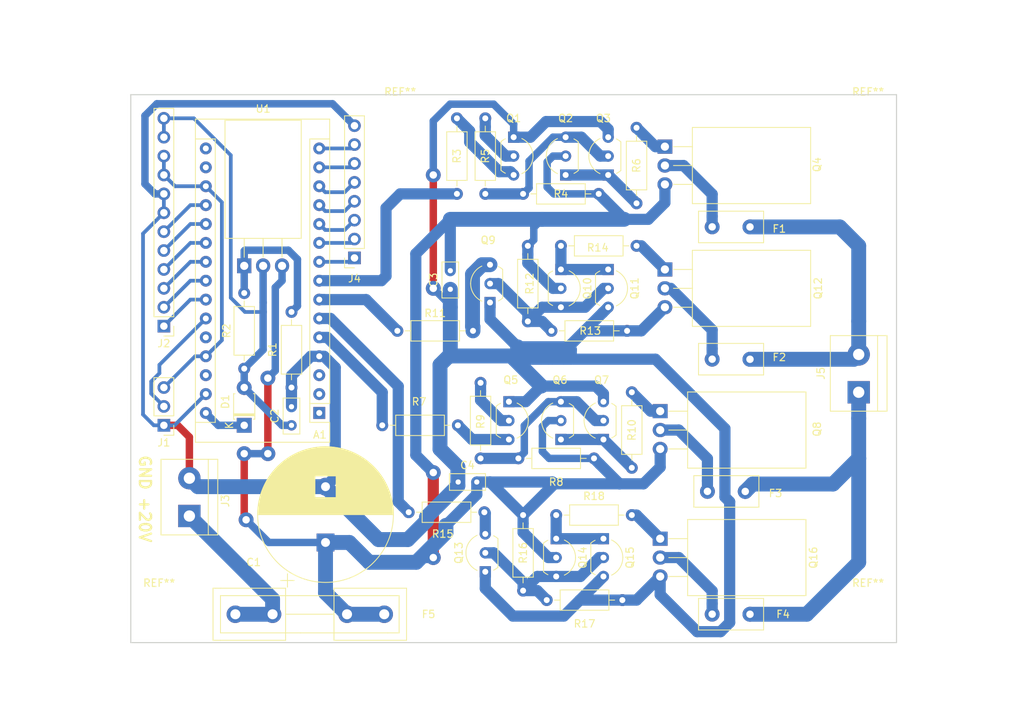
<source format=kicad_pcb>
(kicad_pcb (version 20211014) (generator pcbnew)

  (general
    (thickness 1.6)
  )

  (paper "A4")
  (layers
    (0 "F.Cu" signal)
    (31 "B.Cu" signal)
    (32 "B.Adhes" user "B.Adhesive")
    (33 "F.Adhes" user "F.Adhesive")
    (34 "B.Paste" user)
    (35 "F.Paste" user)
    (36 "B.SilkS" user "B.Silkscreen")
    (37 "F.SilkS" user "F.Silkscreen")
    (38 "B.Mask" user)
    (39 "F.Mask" user)
    (40 "Dwgs.User" user "User.Drawings")
    (41 "Cmts.User" user "User.Comments")
    (42 "Eco1.User" user "User.Eco1")
    (43 "Eco2.User" user "User.Eco2")
    (44 "Edge.Cuts" user)
    (45 "Margin" user)
    (46 "B.CrtYd" user "B.Courtyard")
    (47 "F.CrtYd" user "F.Courtyard")
    (48 "B.Fab" user)
    (49 "F.Fab" user)
  )

  (setup
    (pad_to_mask_clearance 0.2)
    (aux_axis_origin 102.87 67.31)
    (pcbplotparams
      (layerselection 0x0001000_ffffffff)
      (disableapertmacros false)
      (usegerberextensions false)
      (usegerberattributes false)
      (usegerberadvancedattributes false)
      (creategerberjobfile false)
      (svguseinch false)
      (svgprecision 6)
      (excludeedgelayer true)
      (plotframeref false)
      (viasonmask false)
      (mode 1)
      (useauxorigin true)
      (hpglpennumber 1)
      (hpglpenspeed 20)
      (hpglpendiameter 15.000000)
      (dxfpolygonmode true)
      (dxfimperialunits true)
      (dxfusepcbnewfont true)
      (psnegative false)
      (psa4output false)
      (plotreference true)
      (plotvalue true)
      (plotinvisibletext false)
      (sketchpadsonfab false)
      (subtractmaskfromsilk false)
      (outputformat 1)
      (mirror false)
      (drillshape 0)
      (scaleselection 1)
      (outputdirectory "Gerber/")
    )
  )

  (net 0 "")
  (net 1 "GND")
  (net 2 "+12V")
  (net 3 "Net-(A1-Pad30)")
  (net 4 "Net-(Q1-Pad2)")
  (net 5 "Net-(A1-Pad19)")
  (net 6 "Net-(Q1-Pad3)")
  (net 7 "Net-(Q2-Pad3)")
  (net 8 "Net-(Q4-Pad1)")
  (net 9 "Net-(A1-Pad20)")
  (net 10 "Net-(A1-Pad21)")
  (net 11 "Net-(A1-Pad22)")
  (net 12 "Net-(A1-Pad23)")
  (net 13 "Net-(A1-Pad24)")
  (net 14 "Net-(A1-Pad9)")
  (net 15 "Net-(A1-Pad25)")
  (net 16 "Net-(A1-Pad10)")
  (net 17 "Net-(A1-Pad11)")
  (net 18 "Net-(A1-Pad12)")
  (net 19 "Net-(A1-Pad13)")
  (net 20 "Net-(A1-Pad14)")
  (net 21 "Net-(A1-Pad15)")
  (net 22 "+5C")
  (net 23 "/lowSideSwitchL/in")
  (net 24 "/highSideSwitchL/in")
  (net 25 "/highSideSwitchR/in")
  (net 26 "/lowSideSwitchR/in")
  (net 27 "+24V")
  (net 28 "/highSideSwitchL/out")
  (net 29 "Net-(F1-Pad1)")
  (net 30 "/lowSideSwitchL/out")
  (net 31 "Net-(F3-Pad1)")
  (net 32 "/highSideSwitchR/out")
  (net 33 "/lowSideSwitchR/out")
  (net 34 "Net-(Q2-Pad1)")
  (net 35 "Net-(Q5-Pad3)")
  (net 36 "Net-(Q5-Pad2)")
  (net 37 "Net-(Q6-Pad3)")
  (net 38 "Net-(Q6-Pad1)")
  (net 39 "Net-(Q8-Pad1)")
  (net 40 "Net-(Q10-Pad3)")
  (net 41 "Net-(Q9-Pad3)")
  (net 42 "Net-(Q10-Pad1)")
  (net 43 "Net-(Q12-Pad1)")
  (net 44 "Net-(Q13-Pad3)")
  (net 45 "Net-(Q13-Pad2)")
  (net 46 "Net-(Q14-Pad1)")
  (net 47 "Net-(Q16-Pad1)")
  (net 48 "Net-(R1-Pad1)")
  (net 49 "Net-(F5-Pad2)")

  (footprint "Resistor_THT:R_Axial_DIN0207_L6.3mm_D2.5mm_P10.16mm_Horizontal" (layer "F.Cu") (at 170.815 71.755 -90))

  (footprint "Package_TO_SOT_THT:TO-92L_Inline_Wide" (layer "F.Cu") (at 161.29 78.105 90))

  (footprint "Package_TO_SOT_THT:TO-220-3_Horizontal_TabDown" (layer "F.Cu") (at 174.625 74.295 -90))

  (footprint "Package_TO_SOT_THT:TO-92L_Inline_Wide" (layer "F.Cu") (at 167.005 78.105 90))

  (footprint "Resistor_THT:R_Axial_DIN0207_L6.3mm_D2.5mm_P10.16mm_Horizontal" (layer "F.Cu") (at 150.495 80.645 90))

  (footprint "Resistor_THT:R_Axial_DIN0207_L6.3mm_D2.5mm_P10.16mm_Horizontal" (layer "F.Cu") (at 149.86 116.205 90))

  (footprint "Package_TO_SOT_THT:TO-92L_Inline_Wide" (layer "F.Cu") (at 154.305 73.025 -90))

  (footprint "Resistor_THT:R_Axial_DIN0207_L6.3mm_D2.5mm_P10.16mm_Horizontal" (layer "F.Cu") (at 136.652 111.76))

  (footprint "Resistor_THT:R_Axial_DIN0207_L6.3mm_D2.5mm_P10.16mm_Horizontal" (layer "F.Cu") (at 165.735 80.645 180))

  (footprint "Resistor_THT:R_Axial_DIN0207_L6.3mm_D2.5mm_P10.16mm_Horizontal" (layer "F.Cu") (at 146.685 80.645 90))

  (footprint "Resistor_THT:R_Axial_DIN0207_L6.3mm_D2.5mm_P10.16mm_Horizontal" (layer "F.Cu") (at 165.1 116.205 180))

  (footprint "Package_TO_SOT_THT:TO-92L_Inline_Wide" (layer "F.Cu") (at 160.655 113.665 90))

  (footprint "Package_TO_SOT_THT:TO-220-3_Horizontal_TabDown" (layer "F.Cu") (at 173.99 109.855 -90))

  (footprint "Package_TO_SOT_THT:TO-92L_Inline_Wide" (layer "F.Cu") (at 166.37 113.665 90))

  (footprint "Resistor_THT:R_Axial_DIN0207_L6.3mm_D2.5mm_P10.16mm_Horizontal" (layer "F.Cu") (at 170.18 107.315 -90))

  (footprint "Package_TO_SOT_THT:TO-92L_Inline_Wide" (layer "F.Cu") (at 153.67 108.585 -90))

  (footprint "Resistor_THT:R_Axial_DIN0207_L6.3mm_D2.5mm_P10.16mm_Horizontal" (layer "F.Cu") (at 138.684 99.06))

  (footprint "Fuse:Fuse_Littlefuse_395Series" (layer "F.Cu") (at 180.975 102.87))

  (footprint "Resistor_THT:R_Axial_DIN0207_L6.3mm_D2.5mm_P10.16mm_Horizontal" (layer "F.Cu") (at 170.815 87.63 180))

  (footprint "Package_TO_SOT_THT:TO-220-3_Horizontal_TabDown" (layer "F.Cu") (at 118.11 90.32))

  (footprint "Capacitor_THT:CP_Radial_D18.0mm_P7.50mm" (layer "F.Cu") (at 129.032 127.508 90))

  (footprint "Resistor_THT:R_Axial_DIN0207_L6.3mm_D2.5mm_P10.16mm_Horizontal" (layer "F.Cu") (at 156.21 87.63 -90))

  (footprint "Fuse:Fuse_Littlefuse_395Series" (layer "F.Cu") (at 186.055 85.09 180))

  (footprint "Capacitor_THT:C_Rect_L4.6mm_W2.0mm_P2.50mm_MKS02_FKP02" (layer "F.Cu") (at 145.796 93.472 90))

  (footprint "Capacitor_THT:C_Rect_L4.6mm_W2.0mm_P2.50mm_MKS02_FKP02" (layer "F.Cu") (at 124.46 111.76 90))

  (footprint "Diode_THT:D_T-1_P5.08mm_Horizontal" (layer "F.Cu") (at 118.11 111.76 90))

  (footprint "Fuse:Fuse_Littlefuse_395Series" (layer "F.Cu") (at 185.42 120.65 180))

  (footprint "Fuse:Fuse_Littlefuse_395Series" (layer "F.Cu") (at 180.975 137.15))

  (footprint "Connector_PinHeader_2.54mm:PinHeader_1x03_P2.54mm_Vertical" (layer "F.Cu") (at 107.315 111.76 180))

  (footprint "Connector_PinHeader_2.54mm:PinHeader_1x12_P2.54mm_Vertical" (layer "F.Cu") (at 107.315 98.425 180))

  (footprint "TerminalBlock:TerminalBlock_bornier-2_P5.08mm" (layer "F.Cu") (at 110.744 123.952 90))

  (footprint "TerminalBlock:TerminalBlock_bornier-2_P5.08mm" (layer "F.Cu") (at 200.66 107.315 90))

  (footprint "Package_TO_SOT_THT:TO-92L_Inline_Wide" (layer "F.Cu") (at 151.13 95.25 90))

  (footprint "Package_TO_SOT_THT:TO-92L_Inline_Wide" (layer "F.Cu") (at 160.655 90.805 -90))

  (footprint "Package_TO_SOT_THT:TO-92L_Inline_Wide" (layer "F.Cu") (at 167.005 90.805 -90))

  (footprint "Package_TO_SOT_THT:TO-220-3_Horizontal_TabDown" (layer "F.Cu") (at 174.625 90.805 -90))

  (footprint "Package_TO_SOT_THT:TO-92L_Inline_Wide" (layer "F.Cu") (at 150.495 131.445 90))

  (footprint "Package_TO_SOT_THT:TO-92L_Inline_Wide" (layer "F.Cu") (at 160.02 127 -90))

  (footprint "Package_TO_SOT_THT:TO-92L_Inline_Wide" (layer "F.Cu") (at 166.37 127 -90))

  (footprint "Package_TO_SOT_THT:TO-220-3_Horizontal_TabDown" (layer "F.Cu") (at 173.99 127 -90))

  (footprint "Resistor_THT:R_Axial_DIN0207_L6.3mm_D2.5mm_P10.16mm_Horizontal" (layer "F.Cu") (at 118.11 104.14 90))

  (footprint "Resistor_THT:R_Axial_DIN0207_L6.3mm_D2.5mm_P10.16mm_Horizontal" (layer "F.Cu") (at 159.385 99.06))

  (footprint "Resistor_THT:R_Axial_DIN0207_L6.3mm_D2.5mm_P10.16mm_Horizontal" (layer "F.Cu") (at 140.208 123.444))

  (footprint "Resistor_THT:R_Axial_DIN0207_L6.3mm_D2.5mm_P10.16mm_Horizontal" (layer "F.Cu")
    (tedit 5AE5139B) (tstamp 00000000-0000-0000-0000-00005bbf763a)
    (at 155.575 123.825 -90)
    (descr "Resistor, Axial_DIN0207 series, Axial, Horizontal, pin pitch=10.16mm, 0.25W = 1/4W, length*diameter=6.3*2.5mm^2, http://cdn-reichelt.de/documents/datenblatt/B400/1_4W%23YAG.pdf")
    (tags "Resistor Axial_DIN0207 series Axial Horizontal pin pitch 10.16mm 0.25W = 1/4W length 6.3mm diameter 2.5mm")
    (path "/00000000-0000-0000-0000-00005bd2a088/00000000-0000-0000-0000-00005bd0da7f")
    (attr through_hole)
    (fp_text reference "R16" (at 5.08 0 -90) (layer "F.SilkS")
      (effects (font (size 1 1) (thickness 0.15)))
      (tstamp 08da8f18-02c3-4a28-a400-670f01755980)
    )
    (fp_text value "48K" (at 5.08 2.37 -90) (layer "F.Fab")
      (effects (font (size 1 1) (thickness 0.15)))
      (tstamp 7255cbd1-8d38-4545-be9a-7fc5488ef942)
    )
    (fp_text user "${REFERENCE}" (at 5.08 0 -90) (layer "F.Fab")
      (effects (font (size 1 1) (thickness 0.15)))
      (tstamp 971d1932-4a99-4265-9c76-26e554bde4fe)
    )
    (fp_line (start 1.04 0) (end 1.81 0) (layer "F.SilkS") (width 0.12) (tstamp 37728c8e-efcc-462c-a749-47b6bfcbaf37))
    (fp_line (start 1.81 -1.37) (end 1.81 1.37) (layer "F.SilkS") (width 0.12) (tstamp 5698a460-6e24-4857-84d8-4a43acd2325d))
    (fp_line (start 8.35 1.37) (end 8.35 -1.37) (layer "F.SilkS") (width 0.12) (tstamp 8220ba36-5fda-4461-95e2-49a5bc0c76af))
    (fp_line (start 9.12 0) (end 8.35 0) (layer "F.SilkS") (width 0.12) (tstamp d4e4ffa8-e3e2-4590-b9df-630d1880f3e4))
    (fp_line (start 8.35 -1.37) (end 1.81 -1.37) (layer "F.SilkS") (width 0.12) (tstamp fbb5e77c-4b41-4796-ad13-1b9e2bbc3c81))
    (fp_line (start 1.81 1.37) (end 8.35 1.37) (layer "F.SilkS") (width 0.12) (tstamp fdc57161-f7f8-4584-b0ec-8c1aa24339c6))
    (fp_line (start 11.21 -1.5) (end -1.05 -1.5) (layer "F.CrtYd") (width 0.05) (tstamp 444b2eaf-241d-42e5-8717-27a83d099c5b))
    (fp_line (start 11.21 1.5) (end 11.21 -1.5) (layer "F.CrtYd") (width 0.05) (tstamp 469f89fd-f629-46b7-b106-a0088168c9ec))
    (fp_line (start -1.05 -1.5) (end -1.05 1.5) (layer "F.CrtYd") (width 0.05) (tstamp 848c6095-3966-404d-9f2a-51150fd8dc54))
    (fp_line (start -1.05 1.5) (end 11.21 1.5) (layer "F.CrtYd") (width 0.05) (tstamp d8dc9b6c-67d0-4a0d-a791-6f7d43ef3652))
    (fp_line (start 8.23 -1.25) (end 1.93 -1.25) (layer "F.Fab") (width 0.1) (tstamp 0938c137-668b-4d2f-b92b-cadb1df72bdb))
    (fp_line (start 0 0) (end 1.93 0) (layer "F.Fab") (width 0.1) (tstamp 1b98de85-f9de-4825-baf2-c96991615275))
    (fp_line (start 8.23 1.25) (end 8.23 -1.25) (layer "F.Fab") (width 0.1) (tstamp 74096bdc-b668-408c-af3a-b048c20bd605))
    (fp_line (start 1.93 -1.25) (end 1.93 1.25) (layer "F.Fab") (width 0.1) (tstamp 89df70f4-3579-42b9-861e-6beb04a3b25e))
    (fp_line (start 1.93 1.25) (end 8.23 1.25) (layer "F.Fab") (width 0.1) (tstamp dc628a9d-67e8-4a03-b99f-8cc7a42af6ef))
    (fp_line (start 10.16 0) (end 8.23 0) (layer "F.Fab") (width 0.1) (tstamp dde4c43d-f33e-48ba-86f3-779fdfce00c2))
    (pad "1" thru_hole circle locked (at 0 0 270) (size 1.6 1.6) (drill 0.8) (layers *.Cu *.Mask)
      (net 27 "+24V") (tstamp a5e6f7cb-0a81-4357-a11f-231d23300342))
    (pad "2" thru_hole oval locked (at 10.16 0 270) (size 1.6 1.6) (drill 0.8) (layers *.Cu *.Mask)
      (net 45 "Net-(Q13-Pad2)") (tstamp 2c488362-c230-4f6d-82f9-a229b1171a23))
    (model "
... [96196 chars truncated]
</source>
